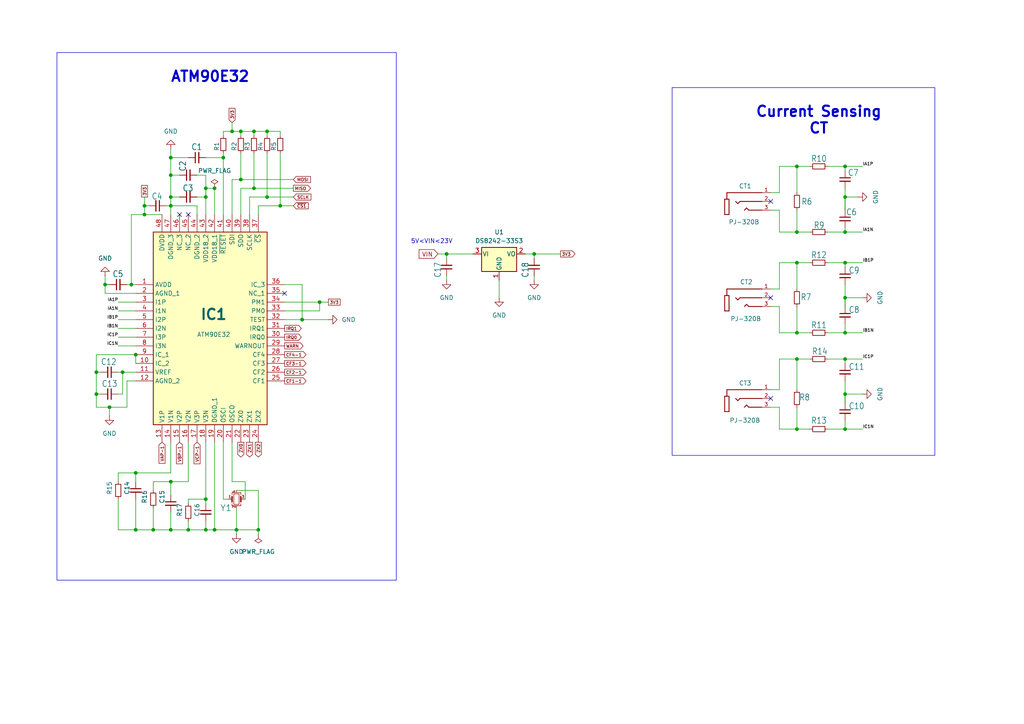
<source format=kicad_sch>
(kicad_sch (version 20231120) (generator "eeschema") (generator_version "8.0")
  (paper "A4")
  (lib_symbols
    (symbol "Device:C_Small" (pin_numbers hide) (pin_names (offset 0.254) hide)
      (property "Reference" "C" (at 0.254 1.778 0))
      (property "Value" "C_Small" (at 0.254 -2.032 0))
      (symbol "C_Small_0_1"
        (polyline (pts (xy -1.524 -0.508) (xy 1.524 -0.508)) (stroke (width 0.3302)))
        (polyline (pts (xy -1.524 0.508) (xy 1.524 0.508)) (stroke (width 0.3048)))
      )
      (symbol "C_Small_1_1"
        (pin passive line (at 0 2.54 270) (length 2.032) (name "~") (number "1"))
        (pin passive line (at 0 -2.54 90) (length 2.032) (name "~") (number "2"))
      )
    )
    (symbol "Device:Crystal_GND24_Small" (pin_names (offset 1.016) hide)
      (property "Reference" "Y" (at 1.27 4.445 0))
      (property "Value" "Crystal_GND24_Small" (at 1.27 2.54 0))
      (symbol "Crystal_GND24_Small_0_1"
        (rectangle (start -0.762 -1.524) (end 0.762 1.524))
        (polyline (pts (xy -1.27 -0.762) (xy -1.27 0.762)) (stroke (width 0.381)))
        (polyline (pts (xy 1.27 -0.762) (xy 1.27 0.762)) (stroke (width 0.381)))
        (polyline (pts (xy -1.27 -1.27) (xy -1.27 -1.905) (xy 1.27 -1.905) (xy 1.27 -1.27)))
        (polyline (pts (xy -1.27 1.27) (xy -1.27 1.905) (xy 1.27 1.905) (xy 1.27 1.27)))
      )
      (symbol "Crystal_GND24_Small_1_1"
        (pin passive line (at -2.54 0 0) (length 1.27) (name "1") (number "1"))
        (pin passive line (at 0 -2.54 90) (length 0.635) (name "2") (number "2"))
        (pin passive line (at 2.54 0 180) (length 1.27) (name "3") (number "3"))
        (pin passive line (at 0 2.54 270) (length 0.635) (name "4") (number "4"))
      )
    )
    (symbol "Device:R_Small" (pin_numbers hide) (pin_names (offset 0.254) hide)
      (property "Reference" "R" (at 0.762 0.508 0))
      (property "Value" "R_Small" (at 0.762 -1.016 0))
      (symbol "R_Small_0_1"
        (rectangle (start -0.762 1.778) (end 0.762 -1.778) (stroke (width 0.2032)))
      )
      (symbol "R_Small_1_1"
        (pin passive line (at 0 2.54 270) (length 0.762) (name "~") (number "1"))
        (pin passive line (at 0 -2.54 90) (length 0.762) (name "~") (number "2"))
      )
    )
    (symbol "Enerwize:ATM90E32AS-AU-R"
      (property "Reference" "IC" (at 39.37 20.32 0))
      (property "Value" "ATM90E32AS-AU-R" (at 39.37 17.78 0))
      (symbol "ATM90E32AS-AU-R_1_1"
        (rectangle (start 5.08 15.24) (end 38.1 -40.64) (stroke (width 0.254)) (fill (type background)))
        (pin passive line (at 0 0 0) (length 5.08) (name "AVDD") (number "1"))
        (pin passive line (at 0 -22.86 0) (length 5.08) (name "IC_2") (number "10"))
        (pin passive line (at 0 -25.4 0) (length 5.08) (name "VREF") (number "11"))
        (pin passive line (at 0 -27.94 0) (length 5.08) (name "AGND_2") (number "12"))
        (pin passive line (at 7.62 -45.72 90) (length 5.08) (name "V1P") (number "13"))
        (pin passive line (at 10.16 -45.72 90) (length 5.08) (name "V1N") (number "14"))
        (pin passive line (at 12.7 -45.72 90) (length 5.08) (name "V2P") (number "15"))
        (pin passive line (at 15.24 -45.72 90) (length 5.08) (name "V2N") (number "16"))
        (pin passive line (at 17.78 -45.72 90) (length 5.08) (name "V3P") (number "17"))
        (pin passive line (at 20.32 -45.72 90) (length 5.08) (name "V3N") (number "18"))
        (pin passive line (at 22.86 -45.72 90) (length 5.08) (name "DGND_1") (number "19"))
        (pin passive line (at 0 -2.54 0) (length 5.08) (name "AGND_1") (number "2"))
        (pin passive line (at 25.4 -45.72 90) (length 5.08) (name "OSCI") (number "20"))
        (pin passive line (at 27.94 -45.72 90) (length 5.08) (name "OSCO") (number "21"))
        (pin passive line (at 30.48 -45.72 90) (length 5.08) (name "ZX0") (number "22"))
        (pin passive line (at 33.02 -45.72 90) (length 5.08) (name "ZX1") (number "23"))
        (pin passive line (at 35.56 -45.72 90) (length 5.08) (name "ZX2") (number "24"))
        (pin passive line (at 43.18 -27.94 180) (length 5.08) (name "CF1") (number "25"))
        (pin passive line (at 43.18 -25.4 180) (length 5.08) (name "CF2") (number "26"))
        (pin passive line (at 43.18 -22.86 180) (length 5.08) (name "CF3") (number "27"))
        (pin passive line (at 43.18 -20.32 180) (length 5.08) (name "CF4") (number "28"))
        (pin passive line (at 43.18 -17.78 180) (length 5.08) (name "WARNOUT") (number "29"))
        (pin passive line (at 0 -5.08 0) (length 5.08) (name "I1P") (number "3"))
        (pin passive line (at 43.18 -15.24 180) (length 5.08) (name "IRQ0") (number "30"))
        (pin passive line (at 43.18 -12.7 180) (length 5.08) (name "IRQ1") (number "31"))
        (pin passive line (at 43.18 -10.16 180) (length 5.08) (name "TEST") (number "32"))
        (pin passive line (at 43.18 -7.62 180) (length 5.08) (name "PM0") (number "33"))
        (pin passive line (at 43.18 -5.08 180) (length 5.08) (name "PM1") (number "34"))
        (pin passive line (at 43.18 -2.54 180) (length 5.08) (name "NC_1") (number "35"))
        (pin passive line (at 43.18 0 180) (length 5.08) (name "IC_3") (number "36"))
        (pin passive line (at 35.56 20.32 270) (length 5.08) (name "~{CS}") (number "37"))
        (pin passive line (at 33.02 20.32 270) (length 5.08) (name "SCLK") (number "38"))
        (pin passive line (at 30.48 20.32 270) (length 5.08) (name "SDO") (number "39"))
        (pin passive line (at 0 -7.62 0) (length 5.08) (name "I1N") (number "4"))
        (pin passive line (at 27.94 20.32 270) (length 5.08) (name "SDI") (number "40"))
        (pin passive line (at 25.4 20.32 270) (length 5.08) (name "~{RESET}") (number "41"))
        (pin passive line (at 22.86 20.32 270) (length 5.08) (name "VDD18_1") (number "42"))
        (pin passive line (at 20.32 20.32 270) (length 5.08) (name "VDD18_2") (number "43"))
        (pin passive line (at 17.78 20.32 270) (length 5.08) (name "DGND_2") (number "44"))
        (pin passive line (at 15.24 20.32 270) (length 5.08) (name "NC_2") (number "45"))
        (pin passive line (at 12.7 20.32 270) (length 5.08) (name "NC_3") (number "46"))
        (pin passive line (at 10.16 20.32 270) (length 5.08) (name "DGND_3") (number "47"))
        (pin passive line (at 7.62 20.32 270) (length 5.08) (name "DVDD") (number "48"))
        (pin passive line (at 0 -10.16 0) (length 5.08) (name "I2P") (number "5"))
        (pin passive line (at 0 -12.7 0) (length 5.08) (name "I2N") (number "6"))
        (pin passive line (at 0 -15.24 0) (length 5.08) (name "I3P") (number "7"))
        (pin passive line (at 0 -17.78 0) (length 5.08) (name "I3N") (number "8"))
        (pin passive line (at 0 -20.32 0) (length 5.08) (name "IC_1") (number "9"))
      )
    )
    (symbol "Enerwize:PJ-320B" (pin_names (offset 1.016))
      (property "Reference" "J" (at -5.08 5.08 0))
      (property "Value" "PJ-320B" (at -5.08 -7.62 0))
      (symbol "PJ-320B_0_0"
        (polyline (pts (xy -5.715 -3.81) (xy -5.715 0.635)) (stroke (width 0.254)))
        (polyline (pts (xy -5.715 0.635) (xy -5.08 0.635)) (stroke (width 0.254)))
        (polyline (pts (xy -5.08 0.635) (xy -4.445 0.635)) (stroke (width 0.254)))
        (polyline (pts (xy -5.08 2.54) (xy -5.08 0.635)) (stroke (width 0.254)))
        (polyline (pts (xy -4.445 -3.81) (xy -5.715 -3.81)) (stroke (width 0.254)))
        (polyline (pts (xy -4.445 0.635) (xy -4.445 -3.81)) (stroke (width 0.254)))
        (polyline (pts (xy -1.905 -0.635) (xy -2.54 0)) (stroke (width 0.254)))
        (polyline (pts (xy -1.27 0) (xy -1.905 -0.635)) (stroke (width 0.254)))
        (polyline (pts (xy 0.635 -1.905) (xy 0 -2.54)) (stroke (width 0.254)))
        (polyline (pts (xy 1.27 -2.54) (xy 0.635 -1.905)) (stroke (width 0.254)))
        (polyline (pts (xy 5.08 -2.54) (xy 1.27 -2.54)) (stroke (width 0.254)))
        (polyline (pts (xy 5.08 0) (xy -1.27 0)) (stroke (width 0.254)))
        (polyline (pts (xy 5.08 2.54) (xy -5.08 2.54)) (stroke (width 0.254)))
        (pin passive line (at 7.62 2.54 180) (length 2.54) (name "~") (number "1"))
        (pin passive line (at 7.62 0 180) (length 2.54) (name "~") (number "2"))
        (pin passive line (at 7.62 -2.54 180) (length 2.54) (name "~") (number "3"))
      )
    )
    (symbol "PWR_FLAG_1" (power) (pin_numbers hide) (pin_names (offset 0) hide)
      (property "Value" "PWR_FLAG" (at 0 3.81 0))
      (symbol "PWR_FLAG_1_0_0"
        (pin power_out line (at 0 0 90) (length 0) (name "~") (number "1"))
      )
      (symbol "PWR_FLAG_1_0_1"
        (polyline (pts (xy 0 0) (xy 0 1.27) (xy -1.016 1.905) (xy 0 2.54) (xy 1.016 1.905) (xy 0 1.27)))
      )
    )
    (symbol "Regulator_Linear:APE8865N-33-HF-3" (pin_names (offset 0.254))
      (property "Reference" "U" (at -3.81 3.175 0))
      (property "Value" "APE8865N-33-HF-3" (at 0 3.175 0))
      (symbol "APE8865N-33-HF-3_0_1"
        (rectangle (start -5.08 1.905) (end 5.08 -5.08) (stroke (width 0.254)) (fill (type background)))
      )
      (symbol "APE8865N-33-HF-3_1_1"
        (pin power_in line (at 0 -7.62 90) (length 2.54) (name "GND") (number "1"))
        (pin power_out line (at 7.62 0 180) (length 2.54) (name "VO") (number "2"))
        (pin power_in line (at -7.62 0 0) (length 2.54) (name "VI") (number "3"))
      )
    )
    (symbol "power:GND" (power) (pin_numbers hide) (pin_names (offset 0) hide)
      (property "Value" "GND" (at 0 -3.81 0))
      (symbol "GND_0_1"
        (polyline (pts (xy 0 0) (xy 0 -1.27) (xy 1.27 -1.27) (xy 0 -2.54) (xy -1.27 -1.27) (xy 0 -1.27)))
      )
      (symbol "GND_1_1"
        (pin power_in line (at 0 0 270) (length 0) (name "~") (number "1"))
      )
    )
    (symbol "power:PWR_FLAG" (power) (pin_numbers hide) (pin_names (offset 0) hide)
      (property "Value" "PWR_FLAG" (at 0 3.81 0))
      (symbol "PWR_FLAG_0_0"
        (pin power_out line (at 0 0 90) (length 0) (name "~") (number "1"))
      )
      (symbol "PWR_FLAG_0_1"
        (polyline (pts (xy 0 0) (xy 0 1.27) (xy -1.016 1.905) (xy 0 2.54) (xy 1.016 1.905) (xy 0 1.27)))
      )
    )
  )
  (junction (at 231.14 76.2))
  (junction (at 49.53 153.67))
  (junction (at 81.28 59.69))
  (junction (at 27.94 114.3))
  (junction (at 41.91 59.69))
  (junction (at 54.61 153.67))
  (junction (at 27.94 107.95))
  (junction (at 30.48 82.55))
  (junction (at 245.11 67.31))
  (junction (at 62.23 153.67))
  (junction (at 39.37 153.67))
  (junction (at 44.45 153.67))
  (junction (at 73.66 38.1))
  (junction (at 245.11 114.3))
  (junction (at 69.85 52.07))
  (junction (at 31.75 118.11))
  (junction (at 245.11 96.52))
  (junction (at 49.53 57.15))
  (junction (at 231.14 48.26))
  (junction (at 59.69 54.61))
  (junction (at 154.94 73.66))
  (junction (at 231.14 67.31))
  (junction (at 74.93 153.67))
  (junction (at 69.85 38.1))
  (junction (at 35.56 107.95))
  (junction (at 87.63 92.71))
  (junction (at 64.77 45.72))
  (junction (at 59.69 153.67))
  (junction (at 245.11 48.26))
  (junction (at 38.1 82.55))
  (junction (at 49.53 45.72))
  (junction (at 92.71 87.63))
  (junction (at 231.14 124.46))
  (junction (at 245.11 76.2))
  (junction (at 245.11 57.15))
  (junction (at 129.54 73.66))
  (junction (at 41.91 62.23))
  (junction (at 39.37 102.87))
  (junction (at 39.37 137.16))
  (junction (at 245.11 86.36))
  (junction (at 245.11 124.46))
  (junction (at 77.47 38.1))
  (junction (at 231.14 104.14))
  (junction (at 231.14 96.52))
  (junction (at 59.69 144.78))
  (junction (at 77.47 57.15))
  (junction (at 68.58 153.67))
  (junction (at 59.69 57.15))
  (junction (at 49.53 59.69))
  (junction (at 49.53 139.7))
  (junction (at 245.11 104.14))
  (junction (at 73.66 54.61))
  (junction (at 49.53 50.8))
  (junction (at 67.31 38.1))
  (junction (at 62.23 54.61))
  (no_connect (at 223.52 58.42))
  (no_connect (at 52.07 62.23))
  (no_connect (at 223.52 115.57))
  (no_connect (at 82.55 85.09))
  (no_connect (at 54.61 62.23))
  (no_connect (at 223.52 86.36))
  (wire (pts (xy 250.19 104.14) (xy 245.11 104.14)) (stroke (width 0.1524)))
  (wire (pts (xy 39.37 153.67) (xy 44.45 153.67)))
  (wire (pts (xy 245.11 114.3) (xy 245.11 116.84)))
  (wire (pts (xy 154.94 73.66) (xy 154.94 74.93)))
  (wire (pts (xy 49.53 148.59) (xy 49.53 153.67)))
  (wire (pts (xy 74.93 154.94) (xy 74.93 153.67)))
  (wire (pts (xy 69.85 52.07) (xy 85.09 52.07)) (stroke (width 0.1524)))
  (wire (pts (xy 39.37 102.87) (xy 39.37 105.41)))
  (wire (pts (xy 64.77 128.27) (xy 64.77 144.78)) (stroke (width 0.1524)))
  (wire (pts (xy 67.31 38.1) (xy 69.85 38.1)) (stroke (width 0.1524)))
  (wire (pts (xy 231.14 113.03) (xy 231.14 104.14)))
  (wire (pts (xy 27.94 107.95) (xy 29.21 107.95)))
  (wire (pts (xy 68.58 147.32) (xy 68.58 153.67)))
  (wire (pts (xy 34.29 144.78) (xy 34.29 153.67)))
  (wire (pts (xy 59.69 146.05) (xy 59.69 144.78)))
  (wire (pts (xy 245.11 96.52) (xy 245.11 93.98)))
  (wire (pts (xy 231.14 67.31) (xy 234.95 67.31)))
  (wire (pts (xy 54.61 144.78) (xy 59.69 144.78)) (stroke (width 0.1524)))
  (wire (pts (xy 250.19 76.2) (xy 245.11 76.2)) (stroke (width 0.1524)))
  (wire (pts (xy 34.29 153.67) (xy 39.37 153.67)))
  (wire (pts (xy 52.07 50.8) (xy 49.53 50.8)) (stroke (width 0.1524)))
  (wire (pts (xy 57.15 50.8) (xy 59.69 50.8)) (stroke (width 0.1524)))
  (wire (pts (xy 223.52 83.82) (xy 226.06 83.82)) (stroke (width 0.1524)))
  (wire (pts (xy 62.23 128.27) (xy 62.23 153.67)) (stroke (width 0.1524)))
  (wire (pts (xy 39.37 95.25) (xy 34.29 95.25)) (stroke (width 0.1524)))
  (wire (pts (xy 27.94 107.95) (xy 27.94 114.3)))
  (wire (pts (xy 59.69 45.72) (xy 64.77 45.72)))
  (wire (pts (xy 41.91 62.23) (xy 46.99 62.23)) (stroke (width 0.1524)))
  (wire (pts (xy 129.54 73.66) (xy 137.16 73.66)))
  (wire (pts (xy 49.53 57.15) (xy 49.53 59.69)) (stroke (width 0.1524)))
  (wire (pts (xy 240.03 96.52) (xy 241.3 96.52)))
  (wire (pts (xy 31.75 118.11) (xy 36.83 118.11)) (stroke (width 0.1524)))
  (wire (pts (xy 44.45 153.67) (xy 49.53 153.67)))
  (wire (pts (xy 250.19 114.3) (xy 245.11 114.3)) (stroke (width 0.1524)))
  (wire (pts (xy 74.93 153.67) (xy 68.58 153.67)))
  (wire (pts (xy 27.94 118.11) (xy 31.75 118.11)) (stroke (width 0.1524)))
  (wire (pts (xy 154.94 73.66) (xy 162.56 73.66)))
  (wire (pts (xy 39.37 144.78) (xy 39.37 153.67)))
  (wire (pts (xy 68.58 142.24) (xy 74.93 142.24)))
  (wire (pts (xy 245.11 96.52) (xy 250.19 96.52)) (stroke (width 0.1524)))
  (wire (pts (xy 144.78 81.28) (xy 144.78 86.36)))
  (wire (pts (xy 62.23 62.23) (xy 62.23 54.61)))
  (wire (pts (xy 77.47 39.37) (xy 77.47 38.1)) (stroke (width 0.1524)))
  (wire (pts (xy 245.11 48.26) (xy 245.11 49.53)))
  (wire (pts (xy 44.45 147.32) (xy 44.45 153.67)))
  (wire (pts (xy 30.48 82.55) (xy 30.48 85.09)) (stroke (width 0.1524)))
  (wire (pts (xy 77.47 38.1) (xy 81.28 38.1)) (stroke (width 0.1524)))
  (wire (pts (xy 69.85 38.1) (xy 73.66 38.1)) (stroke (width 0.1524)))
  (wire (pts (xy 48.26 59.69) (xy 49.53 59.69)))
  (wire (pts (xy 67.31 52.07) (xy 69.85 52.07)) (stroke (width 0.1524)))
  (wire (pts (xy 64.77 38.1) (xy 64.77 39.37)))
  (wire (pts (xy 39.37 137.16) (xy 49.53 137.16)) (stroke (width 0.1524)))
  (wire (pts (xy 231.14 83.82) (xy 231.14 76.2)))
  (wire (pts (xy 245.11 86.36) (xy 245.11 88.9)))
  (wire (pts (xy 231.14 104.14) (xy 234.95 104.14)) (stroke (width 0.1524)))
  (wire (pts (xy 226.06 104.14) (xy 231.14 104.14)) (stroke (width 0.1524)))
  (wire (pts (xy 81.28 44.45) (xy 81.28 59.69)) (stroke (width 0.1524)))
  (wire (pts (xy 64.77 44.45) (xy 64.77 45.72)))
  (wire (pts (xy 74.93 62.23) (xy 74.93 59.69)) (stroke (width 0.1524)))
  (wire (pts (xy 226.06 48.26) (xy 231.14 48.26)) (stroke (width 0.1524)))
  (wire (pts (xy 62.23 153.67) (xy 68.58 153.67)) (stroke (width 0.1524)))
  (wire (pts (xy 231.14 96.52) (xy 234.95 96.52)))
  (wire (pts (xy 92.71 87.63) (xy 95.25 87.63)) (stroke (width 0.1524)))
  (wire (pts (xy 240.03 104.14) (xy 245.11 104.14)) (stroke (width 0.1524)))
  (wire (pts (xy 250.19 48.26) (xy 245.11 48.26)) (stroke (width 0.1524)))
  (wire (pts (xy 82.55 92.71) (xy 87.63 92.71)) (stroke (width 0.1524)))
  (wire (pts (xy 34.29 137.16) (xy 34.29 139.7)) (stroke (width 0.1524)))
  (wire (pts (xy 38.1 82.55) (xy 39.37 82.55)))
  (wire (pts (xy 49.53 50.8) (xy 49.53 57.15)) (stroke (width 0.1524)))
  (wire (pts (xy 77.47 57.15) (xy 85.09 57.15)) (stroke (width 0.1524)))
  (wire (pts (xy 27.94 114.3) (xy 27.94 118.11)))
  (wire (pts (xy 226.06 96.52) (xy 226.06 88.9)))
  (wire (pts (xy 72.39 57.15) (xy 77.47 57.15)) (stroke (width 0.1524)))
  (wire (pts (xy 41.91 57.15) (xy 41.91 59.69)))
  (wire (pts (xy 39.37 92.71) (xy 34.29 92.71)) (stroke (width 0.1524)))
  (wire (pts (xy 245.11 57.15) (xy 245.11 60.96)))
  (wire (pts (xy 82.55 82.55) (xy 87.63 82.55)) (stroke (width 0.1524)))
  (wire (pts (xy 69.85 44.45) (xy 69.85 52.07)) (stroke (width 0.1524)))
  (wire (pts (xy 226.06 76.2) (xy 231.14 76.2)))
  (wire (pts (xy 49.53 59.69) (xy 49.53 62.23)) (stroke (width 0.1524)))
  (wire (pts (xy 49.53 43.18) (xy 49.53 45.72)) (stroke (width 0.1524)))
  (wire (pts (xy 87.63 92.71) (xy 95.25 92.71)) (stroke (width 0.1524)))
  (wire (pts (xy 59.69 57.15) (xy 59.69 62.23)) (stroke (width 0.1524)))
  (wire (pts (xy 129.54 73.66) (xy 129.54 74.93)))
  (wire (pts (xy 38.1 62.23) (xy 38.1 82.55)) (stroke (width 0.1524)))
  (wire (pts (xy 35.56 107.95) (xy 34.29 107.95)))
  (wire (pts (xy 226.06 113.03) (xy 223.52 113.03)) (stroke (width 0.1524)))
  (wire (pts (xy 129.54 80.01) (xy 129.54 81.28)))
  (wire (pts (xy 49.53 139.7) (xy 49.53 143.51)))
  (wire (pts (xy 226.06 113.03) (xy 226.06 104.14)) (stroke (width 0.1524)))
  (wire (pts (xy 240.03 76.2) (xy 245.11 76.2)) (stroke (width 0.1524)))
  (wire (pts (xy 39.37 137.16) (xy 39.37 139.7)))
  (wire (pts (xy 59.69 54.61) (xy 59.69 57.15)))
  (wire (pts (xy 245.11 104.14) (xy 245.11 105.41)))
  (wire (pts (xy 64.77 38.1) (xy 67.31 38.1)))
  (wire (pts (xy 27.94 102.87) (xy 27.94 107.95)))
  (wire (pts (xy 54.61 151.13) (xy 54.61 153.67)))
  (wire (pts (xy 49.53 59.69) (xy 49.53 60.96)))
  (wire (pts (xy 73.66 38.1) (xy 77.47 38.1)) (stroke (width 0.1524)))
  (wire (pts (xy 240.03 67.31) (xy 245.11 67.31)))
  (wire (pts (xy 54.61 128.27) (xy 54.61 139.7)))
  (wire (pts (xy 231.14 60.96) (xy 231.14 67.31)))
  (wire (pts (xy 35.56 114.3) (xy 34.29 114.3)))
  (wire (pts (xy 41.91 60.96) (xy 41.91 62.23)) (stroke (width 0.1524)))
  (wire (pts (xy 245.11 76.2) (xy 245.11 77.47)))
  (wire (pts (xy 67.31 35.56) (xy 67.31 38.1)) (stroke (width 0.1524)))
  (wire (pts (xy 74.93 59.69) (xy 81.28 59.69)) (stroke (width 0.1524)))
  (wire (pts (xy 226.06 55.88) (xy 223.52 55.88)))
  (wire (pts (xy 68.58 154.94) (xy 68.58 153.67)))
  (wire (pts (xy 245.11 114.3) (xy 245.11 110.49)))
  (wire (pts (xy 44.45 139.7) (xy 49.53 139.7)) (stroke (width 0.1524)))
  (wire (pts (xy 241.3 96.52) (xy 245.11 96.52)) (stroke (width 0.1524)))
  (wire (pts (xy 41.91 59.69) (xy 41.91 60.96)))
  (wire (pts (xy 73.66 54.61) (xy 85.09 54.61)) (stroke (width 0.1524)))
  (wire (pts (xy 49.53 153.67) (xy 54.61 153.67)))
  (wire (pts (xy 49.53 139.7) (xy 54.61 139.7)))
  (wire (pts (xy 152.4 73.66) (xy 154.94 73.66)))
  (wire (pts (xy 240.03 124.46) (xy 245.11 124.46)) (stroke (width 0.1524)))
  (wire (pts (xy 226.06 88.9) (xy 223.52 88.9)))
  (wire (pts (xy 245.11 57.15) (xy 245.11 54.61)))
  (wire (pts (xy 39.37 85.09) (xy 30.48 85.09)) (stroke (width 0.1524)))
  (wire (pts (xy 64.77 144.78) (xy 66.04 144.78)) (stroke (width 0.1524)))
  (wire (pts (xy 250.19 86.36) (xy 245.11 86.36)) (stroke (width 0.1524)))
  (wire (pts (xy 35.56 107.95) (xy 39.37 107.95)))
  (wire (pts (xy 49.53 137.16) (xy 49.53 128.27)) (stroke (width 0.1524)))
  (wire (pts (xy 231.14 118.11) (xy 231.14 124.46)))
  (wire (pts (xy 36.83 110.49) (xy 36.83 118.11)) (stroke (width 0.1524)))
  (wire (pts (xy 59.69 54.61) (xy 59.69 57.15)) (stroke (width 0.1524)))
  (wire (pts (xy 35.56 107.95) (xy 35.56 114.3)))
  (wire (pts (xy 30.48 82.55) (xy 31.75 82.55)) (stroke (width 0.1524)))
  (wire (pts (xy 67.31 139.7) (xy 71.12 139.7)) (stroke (width 0.1524)))
  (wire (pts (xy 231.14 124.46) (xy 234.95 124.46)))
  (wire (pts (xy 31.75 118.11) (xy 31.75 120.65)))
  (wire (pts (xy 69.85 54.61) (xy 73.66 54.61)) (stroke (width 0.1524)))
  (wire (pts (xy 245.11 67.31) (xy 245.11 66.04)))
  (wire (pts (xy 49.53 45.72) (xy 49.53 50.8)) (stroke (width 0.1524)))
  (wire (pts (xy 87.63 82.55) (xy 87.63 92.71)) (stroke (width 0.1524)))
  (wire (pts (xy 92.71 90.17) (xy 92.71 87.63)) (stroke (width 0.1524)))
  (wire (pts (xy 77.47 44.45) (xy 77.47 57.15)) (stroke (width 0.1524)))
  (wire (pts (xy 73.66 39.37) (xy 73.66 38.1)) (stroke (width 0.1524)))
  (wire (pts (xy 54.61 45.72) (xy 49.53 45.72)) (stroke (width 0.1524)))
  (wire (pts (xy 67.31 128.27) (xy 67.31 139.7)) (stroke (width 0.1524)))
  (wire (pts (xy 72.39 62.23) (xy 72.39 57.15)) (stroke (width 0.1524)))
  (wire (pts (xy 226.06 67.31) (xy 226.06 60.96)))
  (wire (pts (xy 73.66 44.45) (xy 73.66 54.61)) (stroke (width 0.1524)))
  (wire (pts (xy 240.03 48.26) (xy 245.11 48.26)) (stroke (width 0.1524)))
  (wire (pts (xy 82.55 90.17) (xy 92.71 90.17)) (stroke (width 0.1524)))
  (wire (pts (xy 248.92 57.15) (xy 245.11 57.15)) (stroke (width 0.1524)))
  (wire (pts (xy 57.15 59.69) (xy 57.15 62.23)) (stroke (width 0.1524)))
  (wire (pts (xy 226.06 118.11) (xy 223.52 118.11)))
  (wire (pts (xy 36.83 82.55) (xy 38.1 82.55)))
  (wire (pts (xy 39.37 97.79) (xy 34.29 97.79)) (stroke (width 0.1524)))
  (wire (pts (xy 36.83 110.49) (xy 39.37 110.49)) (stroke (width 0.1524)))
  (wire (pts (xy 39.37 102.87) (xy 27.94 102.87)))
  (wire (pts (xy 49.53 59.69) (xy 57.15 59.69)) (stroke (width 0.1524)))
  (wire (pts (xy 81.28 39.37) (xy 81.28 38.1)) (stroke (width 0.1524)))
  (wire (pts (xy 231.14 48.26) (xy 234.95 48.26)) (stroke (width 0.1524)))
  (wire (pts (xy 226.06 124.46) (xy 231.14 124.46)))
  (wire (pts (xy 69.85 62.23) (xy 69.85 54.61)) (stroke (width 0.1524)))
  (wire (pts (xy 226.06 55.88) (xy 226.06 48.26)))
  (wire (pts (xy 39.37 87.63) (xy 34.29 87.63)) (stroke (width 0.1524)))
  (wire (pts (xy 54.61 144.78) (xy 54.61 146.05)) (stroke (width 0.1524)))
  (wire (pts (xy 49.53 57.15) (xy 52.07 57.15)) (stroke (width 0.1524)))
  (wire (pts (xy 245.11 124.46) (xy 245.11 121.92)))
  (wire (pts (xy 69.85 39.37) (xy 69.85 38.1)) (stroke (width 0.1524)))
  (wire (pts (xy 59.69 54.61) (xy 62.23 54.61)))
  (wire (pts (xy 59.69 153.67) (xy 62.23 153.67)))
  (wire (pts (xy 231.14 76.2) (xy 234.95 76.2)))
  (wire (pts (xy 245.11 86.36) (xy 245.11 82.55)))
  (wire (pts (xy 39.37 90.17) (xy 34.29 90.17)) (stroke (width 0.1524)))
  (wire (pts (xy 245.11 67.31) (xy 250.19 67.31)) (stroke (width 0.1524)))
  (wire (pts (xy 41.91 59.69) (xy 43.18 59.69)))
  (wire (pts (xy 82.55 87.63) (xy 92.71 87.63)) (stroke (width 0.1524)))
  (wire (pts (xy 59.69 151.13) (xy 59.69 153.67)))
  (wire (pts (xy 226.06 96.52) (xy 231.14 96.52)))
  (wire (pts (xy 231.14 55.88) (xy 231.14 48.26)))
  (wire (pts (xy 34.29 137.16) (xy 39.37 137.16)) (stroke (width 0.1524)))
  (wire (pts (xy 71.12 139.7) (xy 71.12 144.78)) (stroke (width 0.1524)))
  (wire (pts (xy 49.53 58.42) (xy 49.53 59.69)))
  (wire (pts (xy 127 73.66) (xy 129.54 73.66)))
  (wire (pts (xy 245.11 114.3) (xy 245.11 116.84)) (stroke (width 0.1524)))
  (wire (pts (xy 245.11 124.46) (xy 250.19 124.46)) (stroke (width 0.1524)))
  (wire (pts (xy 245.11 86.36) (xy 245.11 88.9)) (stroke (width 0.1524)))
  (wire (pts (xy 44.45 139.7) (xy 44.45 142.24)))
  (wire (pts (xy 30.48 82.55) (xy 31.75 82.55)))
  (wire (pts (xy 154.94 80.01) (xy 154.94 81.28)))
  (wire (pts (xy 39.37 100.33) (xy 34.29 100.33)) (stroke (width 0.1524)))
  (wire (pts (xy 74.93 142.24) (xy 74.93 153.67)))
  (wire (pts (xy 226.06 83.82) (xy 226.06 76.2)) (stroke (width 0.1524)))
  (wire (pts (xy 30.48 80.01) (xy 30.48 82.55)))
  (wire (pts (xy 67.31 62.23) (xy 67.31 52.07)) (stroke (width 0.1524)))
  (wire (pts (xy 81.28 59.69) (xy 85.09 59.69)) (stroke (width 0.1524)))
  (wire (pts (xy 27.94 114.3) (xy 29.21 114.3)))
  (wire (pts (xy 57.15 57.15) (xy 59.69 57.15)))
  (wire (pts (xy 226.06 124.46) (xy 226.06 118.11)))
  (wire (pts (xy 226.06 67.31) (xy 231.14 67.31)))
  (wire (pts (xy 59.69 144.78) (xy 59.69 128.27)) (stroke (width 0.1524)))
  (wire (pts (xy 231.14 88.9) (xy 231.14 96.52)))
  (wire (pts (xy 64.77 45.72) (xy 64.77 62.23)))
  (wire (pts (xy 59.69 50.8) (xy 59.69 54.61)) (stroke (width 0.1524)))
  (wire (pts (xy 54.61 153.67) (xy 59.69 153.67)))
  (wire (pts (xy 226.06 60.96) (xy 223.52 60.96)))
  (wire (pts (xy 38.1 62.23) (xy 41.91 62.23)) (stroke (width 0.1524)))
  (wire (pts (xy 245.11 57.15) (xy 245.11 60.96)) (stroke (width 0.1524)))
  (rectangle (start 16.51 15.24) (end 114.935 168.275))
  (rectangle (start 194.945 25.4) (end 271.145 132.08))
  (text "5V<VIN<23V" (at 125.222 70.104 0) (effects (font (size 1.27 1.27))))
  (text "Current Sensing\nCT" (at 237.49 39.116 0) (effects (font (size 3 3) (thickness 0.6) (bold yes)) (justify bottom)))
  (text "ATM90E32" (at 60.96 24.13 0) (effects (font (size 3 3) (thickness 0.6) (bold yes)) (justify bottom)))
  (label "IA1P" (at 34.29 87.63 180) (effects (font (size 0.889 0.889))))
  (label "IA1N" (at 250.19 67.31 0) (effects (font (size 0.889 0.889))))
  (label "IC1N" (at 34.29 100.33 180) (effects (font (size 0.889 0.889))))
  (label "IA1N" (at 34.29 90.17 180) (effects (font (size 0.889 0.889))))
  (label "IB1P" (at 250.19 76.2 0) (effects (font (size 0.889 0.889))))
  (label "IB1N" (at 34.29 95.25 180) (effects (font (size 0.889 0.889))))
  (label "IC1N" (at 250.19 124.46 0) (effects (font (size 0.889 0.889))))
  (label "IB1P" (at 34.29 92.71 180) (effects (font (size 0.889 0.889))))
  (label "IB1N" (at 250.19 96.52 0) (effects (font (size 0.889 0.889))))
  (label "IC1P" (at 250.19 104.14 0) (effects (font (size 0.889 0.889))))
  (label "IA1P" (at 250.19 48.26 0) (effects (font (size 0.889 0.889))))
  (label "IC1P" (at 34.29 97.79 180) (effects (font (size 0.889 0.889))))
  (global_label "~{CS1}" (shape input) (at 85.09 59.69 0) (effects (font (size 0.9 0.9))) (property "Intersheetrefs" "${INTERSHEET_REFS}" (effects (hide yes))))
  (global_label "3V3" (shape input) (at 67.31 35.56 90) (effects (font (size 0.889 0.889))) (property "Intersheetrefs" "${INTERSHEET_REFS}" (effects (hide yes))))
  (global_label "ZX2" (shape output) (at 74.93 128.27 270) (effects (font (size 0.9 0.9))) (property "Intersheetrefs" "${INTERSHEET_REFS}" (effects (hide yes))))
  (global_label "CF4-1" (shape output) (at 82.55 102.87 0) (effects (font (size 0.9 0.9))) (property "Intersheetrefs" "${INTERSHEET_REFS}" (effects (hide yes))))
  (global_label "ZX0" (shape output) (at 69.85 128.27 270) (effects (font (size 0.9 0.9))) (property "Intersheetrefs" "${INTERSHEET_REFS}" (effects (hide yes))))
  (global_label "MOSI" (shape input) (at 85.09 52.07 0) (effects (font (size 0.9 0.9))) (property "Intersheetrefs" "${INTERSHEET_REFS}" (effects (hide yes))))
  (global_label "IRQ0" (shape output) (at 82.55 97.79 0) (effects (font (size 0.9 0.9))) (property "Intersheetrefs" "${INTERSHEET_REFS}" (effects (hide yes))))
  (global_label "IRQ1" (shape output) (at 82.55 95.25 0) (effects (font (size 0.9 0.9))) (property "Intersheetrefs" "${INTERSHEET_REFS}" (effects (hide yes))))
  (global_label "MISO" (shape output) (at 85.09 54.61 0) (effects (font (size 0.9 0.9))) (property "Intersheetrefs" "${INTERSHEET_REFS}" (effects (hide yes))))
  (global_label "3V3" (shape output) (at 162.56 73.66 0) (effects (font (size 0.9 0.9))) (property "Intersheetrefs" "${INTERSHEET_REFS}" (effects (hide yes))))
  (global_label "WARN" (shape output) (at 82.55 100.33 0) (effects (font (size 0.9 0.9))) (property "Intersheetrefs" "${INTERSHEET_REFS}" (effects (hide yes))))
  (global_label "ZX1" (shape output) (at 72.39 128.27 270) (effects (font (size 0.9 0.9))) (property "Intersheetrefs" "${INTERSHEET_REFS}" (effects (hide yes))))
  (global_label "CF3-1" (shape output) (at 82.55 105.41 0) (effects (font (size 0.9 0.9))) (property "Intersheetrefs" "${INTERSHEET_REFS}" (effects (hide yes))))
  (global_label "CF1-1" (shape output) (at 82.55 110.49 0) (effects (font (size 0.9 0.9))) (property "Intersheetrefs" "${INTERSHEET_REFS}" (effects (hide yes))))
  (global_label "3V3" (shape passive) (at 41.91 57.15 90) (effects (font (size 0.889 0.889))) (property "Intersheetrefs" "${INTERSHEET_REFS}" (effects (hide yes))))
  (global_label "VBP-1" (shape input) (at 52.07 128.27 270) (effects (font (size 0.9 0.9))) (property "Intersheetrefs" "${INTERSHEET_REFS}" (effects (hide yes))))
  (global_label "VCP-1" (shape input) (at 57.15 128.27 270) (effects (font (size 0.9 0.9))) (property "Intersheetrefs" "${INTERSHEET_REFS}" (effects (hide yes))))
  (global_label "SCLK" (shape input) (at 85.09 57.15 0) (effects (font (size 0.9 0.9))) (property "Intersheetrefs" "${INTERSHEET_REFS}" (effects (hide yes))))
  (global_label "CF2-1" (shape output) (at 82.55 107.95 0) (effects (font (size 0.9 0.9))) (property "Intersheetrefs" "${INTERSHEET_REFS}" (effects (hide yes))))
  (global_label "3V3" (shape passive) (at 95.25 87.63 0) (effects (font (size 0.9 0.9))) (property "Intersheetrefs" "${INTERSHEET_REFS}" (effects (hide yes))))
  (global_label "VIN" (shape input) (at 127 73.66 180) (property "Intersheetrefs" "${INTERSHEET_REFS}" (effects (hide yes))))
  (global_label "VAP-1" (shape input) (at 46.99 128.27 270) (effects (font (size 0.9 0.9))) (property "Intersheetrefs" "${INTERSHEET_REFS}" (effects (hide yes))))
  (symbol (lib_id "Enerwize:PJ-320B") (at 215.9 58.42 0) (unit 1)
    (property "Reference" "CT1" (at 214.3125 53.975 0) (effects (justify left)))
    (property "Value" "PJ-320B" (at 211.328 64.389 0) (effects (justify left)))
    (property "Footprint" "Enerwize:BOOMELE_PJ-320B" (effects (hide yes)))
    (property "Description" "3.5mm headphone jack 30V 200mA SMD Audio Connector" (effects (hide yes)))
    (property "MF" "Luoyang Dishang electronics" (effects (hide yes)))
    (property "MAXIMUM_PACKAGE_HEIGHT" "5mm" (effects (hide yes)))
    (property "Package" "Package" (effects (hide yes)))
    (property "Price" "None" (effects (hide yes)))
    (property "Check_prices" "https://www.snapeda.com/parts/PJ-320B/Luoyang+Dishang+electronics/view-part/?ref=eda" (effects (hide yes)))
    (property "STANDARD" "Manufacturer Recommendation" (effects (hide yes)))
    (property "SnapEDA_Link" "https://www.snapeda.com/parts/PJ-320B/Luoyang+Dishang+electronics/view-part/?ref=snap" (effects (hide yes)))
    (property "MP" "PJ-320B" (effects (hide yes)))
    (property "Availability" "Not in stock" (effects (hide yes)))
    (property "MANUFACTURER" "Luoyang Dishang electronics" (effects (hide yes)))
    (property "LCSC#" "C18594" (effects (hide yes)))
    (property "LCSC Part#" "C18594" (effects (hide yes)))
  )
  (symbol (lib_id "Device:C_Small") (at 34.29 82.55 90) (unit 1)
    (property "Reference" "C5" (at 35.814 78.486 90) (effects (font (size 1.778 1.5113)) (justify left bottom)))
    (property "Value" "100nF X7R ±5%" (effects (hide yes)))
    (property "Footprint" "Capacitor_SMD:C_0603_1608Metric_Pad1.08x0.95mm_HandSolder" (effects (hide yes)))
    (property "Manufacturer_Part_Number" "06036C104JAT2A" (effects (hide yes)))
    (property "LCSC#" "C88136" (effects (hide yes)))
  )
  (symbol (lib_id "Device:C_Small") (at 57.15 45.72 90) (unit 1)
    (property "Reference" "C1" (at 58.674 41.656 90) (effects (font (size 1.778 1.5113)) (justify left bottom)))
    (property "Value" "100nF X7R ±5%" (effects (hide yes)))
    (property "Footprint" "Capacitor_SMD:C_0603_1608Metric_Pad1.08x0.95mm_HandSolder" (effects (hide yes)))
    (property "Manufacturer_Part_Number" "06036C104JAT2A" (effects (hide yes)))
    (property "LCSC#" "C88136" (effects (hide yes)))
  )
  (symbol (lib_id "Device:R_Small") (at 54.61 148.59 0) (unit 1)
    (property "Reference" "R17" (at 52.07 149.86 90) (effects (justify left)))
    (property "Value" "±0.1% ±25ppm/℃ 1kΩ" (effects (hide yes)))
    (property "Footprint" "Resistor_SMD:R_0603_1608Metric_Pad0.98x0.95mm_HandSolder" (effects (hide yes)))
    (property "LCSC#" "C2989112" (effects (hide yes)))
  )
  (symbol (lib_id "Device:R_Small") (at 64.77 41.91 0) (unit 1)
    (property "Reference" "R1" (at 62.865 43.815 90) (effects (justify left)))
    (property "Value" "±25ppm/℃ ±0.1% 10kΩ" (effects (hide yes)))
    (property "Footprint" "Resistor_SMD:R_0603_1608Metric_Pad0.98x0.95mm_HandSolder" (effects (hide yes)))
    (property "LCSC#" "C95204" (effects (hide yes)))
  )
  (symbol (lib_id "Regulator_Linear:APE8865N-33-HF-3") (at 144.78 73.66 0) (unit 1)
    (property "Reference" "U1" (at 144.78 67.31 0))
    (property "Value" "DS8242-33S3" (at 144.78 69.85 0))
    (property "Footprint" "Package_TO_SOT_SMD:SOT-23" (effects (hide yes)))
    (property "Datasheet" "https://datasheet.lcsc.com/lcsc/2304140030_MICRONE-Nanjing-Micro-One-Elec-ME6210A33M3G_C236680.pdf" (effects (hide yes)))
    (property "Description" "500mA Fixed 3.3V Positive electrode 18V SOT-23 Linear Voltage Regulators" (effects (hide yes)))
    (property "LCSC Part #" "C5884132" (effects (hide yes)))
  )
  (symbol (lib_id "power:GND") (at 30.48 80.01 180) (unit 1)
    (property "Reference" "#PWR02" (effects (hide yes)))
    (property "Value" "GND" (at 30.48 74.93 0))
    (property "Description" "Power symbol creates a global label with name \"GND\" , ground" (effects (hide yes)))
  )
  (symbol (lib_id "Enerwize:PJ-320B") (at 215.9 115.57 0) (unit 1)
    (property "Reference" "CT3" (at 214.3125 111.125 0) (effects (justify left)))
    (property "Value" "PJ-320B" (at 211.582 121.92 0) (effects (justify left)))
    (property "Footprint" "Enerwize:BOOMELE_PJ-320B" (effects (hide yes)))
    (property "Description" "3.5mm headphone jack 30V 200mA SMD Audio Connector" (effects (hide yes)))
    (property "MF" "Luoyang Dishang electronics" (effects (hide yes)))
    (property "MAXIMUM_PACKAGE_HEIGHT" "5mm" (effects (hide yes)))
    (property "Package" "Package" (effects (hide yes)))
    (property "Price" "None" (effects (hide yes)))
    (property "Check_prices" "https://www.snapeda.com/parts/PJ-320B/Luoyang+Dishang+electronics/view-part/?ref=eda" (effects (hide yes)))
    (property "STANDARD" "Manufacturer Recommendation" (effects (hide yes)))
    (property "SnapEDA_Link" "https://www.snapeda.com/parts/PJ-320B/Luoyang+Dishang+electronics/view-part/?ref=snap" (effects (hide yes)))
    (property "MP" "PJ-320B" (effects (hide yes)))
    (property "Availability" "Not in stock" (effects (hide yes)))
    (property "MANUFACTURER" "Luoyang Dishang electronics" (effects (hide yes)))
    (property "LCSC#" "C18594" (effects (hide yes)))
    (property "LCSC Part#" "C18594" (effects (hide yes)))
  )
  (symbol (lib_id "Device:R_Small") (at 44.45 144.78 0) (unit 1)
    (property "Reference" "R16" (at 41.91 146.05 90) (effects (justify left)))
    (property "Value" "±0.1% ±25ppm/℃ 1kΩ" (effects (hide yes)))
    (property "Footprint" "Resistor_SMD:R_0603_1608Metric_Pad0.98x0.95mm_HandSolder" (effects (hide yes)))
    (property "LCSC#" "C2989112" (effects (hide yes)))
  )
  (symbol (lib_id "power:GND") (at 250.19 86.36 90) (unit 1)
    (property "Reference" "#PWR04" (effects (hide yes)))
    (property "Value" "GND" (at 255.27 86.36 0))
    (property "Description" "Power symbol creates a global label with name \"GND\" , ground" (effects (hide yes)))
  )
  (symbol (lib_id "Device:R_Small") (at 237.49 104.14 270) (unit 1)
    (property "Reference" "R14" (at 235.458 102.87 90) (effects (font (size 1.778 1.5113)) (justify left bottom)))
    (property "Value" "±0.1% ±25ppm/℃ 100Ω" (effects (hide yes)))
    (property "Footprint" "Resistor_SMD:R_0603_1608Metric_Pad0.98x0.95mm_HandSolder" (effects (hide yes)))
    (property "LCSC#" "C2989113" (effects (hide yes)))
  )
  (symbol (lib_id "power:GND") (at 250.19 114.3 90) (unit 1)
    (property "Reference" "#PWR05" (effects (hide yes)))
    (property "Value" "GND" (at 255.27 114.3 0))
    (property "Description" "Power symbol creates a global label with name \"GND\" , ground" (effects (hide yes)))
  )
  (symbol (lib_id "Device:C_Small") (at 245.11 80.01 0) (unit 1)
    (property "Reference" "C9" (at 246.126 79.375 0) (effects (font (size 1.778 1.5113)) (justify left bottom)))
    (property "Value" "330nF X7R ±10%" (effects (hide yes)))
    (property "Footprint" "Capacitor_SMD:C_0603_1608Metric_Pad1.08x0.95mm_HandSolder" (effects (hide yes)))
    (property "Manufacturer_Part_Number" "GCM033R71E331KA03J" (effects (hide yes)))
    (property "LCSC#" "C282682" (effects (hide yes)))
  )
  (symbol (lib_id "Device:C_Small") (at 245.11 52.07 0) (unit 1)
    (property "Reference" "C7" (at 245.872 51.054 0) (effects (font (size 1.778 1.5113)) (justify left bottom)))
    (property "Value" "330nF X7R ±10%" (effects (hide yes)))
    (property "Footprint" "Capacitor_SMD:C_0603_1608Metric_Pad1.08x0.95mm_HandSolder" (effects (hide yes)))
    (property "Manufacturer_Part_Number" "GCM033R71E331KA03J" (effects (hide yes)))
    (property "LCSC#" "C282682" (effects (hide yes)))
  )
  (symbol (lib_id "Device:R_Small") (at 81.28 41.91 0) (unit 1)
    (property "Reference" "R5" (at 79.375 43.815 90) (effects (justify left)))
    (property "Value" "±25ppm/℃ ±0.1% 10kΩ" (effects (hide yes)))
    (property "Footprint" "Resistor_SMD:R_0603_1608Metric_Pad0.98x0.95mm_HandSolder" (effects (hide yes)))
    (property "LCSC#" "C95204" (effects (hide yes)))
  )
  (symbol (lib_id "Device:C_Small") (at 59.69 148.59 0) (unit 1)
    (property "Reference" "C16" (at 57.15 149.86 90) (effects (justify left)))
    (property "Value" "18nF C0G ±5%" (effects (hide yes)))
    (property "Footprint" "Capacitor_SMD:C_0805_2012Metric_Pad1.18x1.45mm_HandSolder" (effects (hide yes)))
    (property "Manufacturer_Part_Number" "GRM21B5C1H183JA01L" (effects (hide yes)))
    (property "LCSC#" "C162313" (effects (hide yes)))
  )
  (symbol (lib_id "power:GND") (at 49.53 43.18 180) (unit 1)
    (property "Reference" "#PWR01" (effects (hide yes)))
    (property "Value" "GND" (at 49.53 38.1 0))
    (property "Description" "Power symbol creates a global label with name \"GND\" , ground" (effects (hide yes)))
  )
  (symbol (lib_id "power:GND") (at 31.75 120.65 0) (unit 1)
    (property "Reference" "#PWR08" (effects (hide yes)))
    (property "Value" "GND" (at 31.75 125.73 0))
    (property "Description" "Power symbol creates a global label with name \"GND\" , ground" (effects (hide yes)))
  )
  (symbol (lib_id "Device:R_Small") (at 34.29 142.24 0) (unit 1)
    (property "Reference" "R15" (at 31.75 143.51 90) (effects (justify left)))
    (property "Value" "±0.1% ±25ppm/℃ 1kΩ" (effects (hide yes)))
    (property "Footprint" "Resistor_SMD:R_0603_1608Metric_Pad0.98x0.95mm_HandSolder" (effects (hide yes)))
    (property "LCSC#" "C2989112" (effects (hide yes)))
  )
  (symbol (lib_id "Device:C_Small") (at 45.72 59.69 270) (unit 1)
    (property "Reference" "C4" (at 43.942 57.912 90) (effects (font (size 1.778 1.5113)) (justify left bottom)))
    (property "Value" "100nF X7R ±5%" (effects (hide yes)))
    (property "Footprint" "Capacitor_SMD:C_0603_1608Metric_Pad1.08x0.95mm_HandSolder" (effects (hide yes)))
    (property "Manufacturer_Part_Number" "06036C104JAT2A" (effects (hide yes)))
    (property "LCSC#" "C88136" (effects (hide yes)))
  )
  (symbol (lib_id "power:GND") (at 68.58 154.94 0) (unit 1)
    (property "Reference" "#PWR09" (effects (hide yes)))
    (property "Value" "GND" (at 68.58 160.02 0))
    (property "Description" "Power symbol creates a global label with name \"GND\" , ground" (effects (hide yes)))
  )
  (symbol (lib_id "Enerwize:PJ-320B") (at 215.9 86.36 0) (unit 1)
    (property "Reference" "CT2" (at 214.63 81.788 0) (effects (justify left)))
    (property "Value" "PJ-320B" (at 211.836 92.456 0) (effects (justify left)))
    (property "Footprint" "Enerwize:BOOMELE_PJ-320B" (effects (hide yes)))
    (property "Description" "3.5mm headphone jack 30V 200mA SMD Audio Connector" (effects (hide yes)))
    (property "MF" "Luoyang Dishang electronics" (effects (hide yes)))
    (property "MAXIMUM_PACKAGE_HEIGHT" "5mm" (effects (hide yes)))
    (property "Package" "Package" (effects (hide yes)))
    (property "Price" "None" (effects (hide yes)))
    (property "Check_prices" "https://www.snapeda.com/parts/PJ-320B/Luoyang+Dishang+electronics/view-part/?ref=eda" (effects (hide yes)))
    (property "STANDARD" "Manufacturer Recommendation" (effects (hide yes)))
    (property "SnapEDA_Link" "https://www.snapeda.com/parts/PJ-320B/Luoyang+Dishang+electronics/view-part/?ref=snap" (effects (hide yes)))
    (property "MP" "PJ-320B" (effects (hide yes)))
    (property "Availability" "Not in stock" (effects (hide yes)))
    (property "MANUFACTURER" "Luoyang Dishang electronics" (effects (hide yes)))
    (property "LCSC#" "C18594" (effects (hide yes)))
    (property "LCSC Part#" "C18594" (effects (hide yes)))
  )
  (symbol (lib_id "Device:C_Small") (at 54.61 57.15 90) (unit 1)
    (property "Reference" "C3" (at 56.134 53.594 90) (effects (font (size 1.778 1.5113)) (justify left bottom)))
    (property "Value" "100nF X7R ±5%" (effects (hide yes)))
    (property "Footprint" "Capacitor_SMD:C_0603_1608Metric_Pad1.08x0.95mm_HandSolder" (effects (hide yes)))
    (property "Manufacturer_Part_Number" "06036C104JAT2A" (effects (hide yes)))
    (property "LCSC#" "C88136" (effects (hide yes)))
  )
  (symbol (lib_id "Device:R_Small") (at 237.49 48.26 270) (unit 1)
    (property "Reference" "R10" (at 235.204 46.99 90) (effects (font (size 1.778 1.5113)) (justify left bottom)))
    (property "Value" "±0.1% ±25ppm/℃ 100Ω" (effects (hide yes)))
    (property "Footprint" "Resistor_SMD:R_0603_1608Metric_Pad0.98x0.95mm_HandSolder" (effects (hide yes)))
    (property "LCSC#" "C2989113" (effects (hide yes)))
  )
  (symbol (lib_id "power:GND") (at 144.78 86.36 0) (unit 1)
    (property "Reference" "#PWR07" (effects (hide yes)))
    (property "Value" "GND" (at 144.78 91.44 0))
    (property "Description" "Power symbol creates a global label with name \"GND\" , ground" (effects (hide yes)))
  )
  (symbol (lib_id "Device:R_Small") (at 231.14 86.36 0) (unit 1)
    (property "Reference" "R7" (at 232.156 87.122 0) (effects (font (size 1.778 1.5113)) (justify left bottom)))
    (property "Value" "±0.5% ±25ppm/℃ 22Ω" (effects (hide yes)))
    (property "Footprint" "Resistor_SMD:R_0603_1608Metric_Pad0.98x0.95mm_HandSolder" (effects (hide yes)))
    (property "LCSC#" "C862626" (effects (hide yes)))
  )
  (symbol (lib_id "Enerwize:ATM90E32AS-AU-R") (at 39.37 82.55 0) (unit 1)
    (property "Reference" "IC1" (at 61.976 91.186 0) (effects (font (size 3 3) (bold yes))))
    (property "Value" "ATM90E32" (at 61.976 97.028 0))
    (property "Footprint" "Enerwize:ATM90E32AS-AU-R" (effects (hide yes)))
    (property "Datasheet" "http://ww1.microchip.com/downloads/en/DeviceDoc/Atmel-46003-SE-M90E32AS-Datasheet.pdf" (effects (hide yes)))
    (property "Height" "1.2" (effects (hide yes)))
    (property "Mouser Part Number" "556-ATM90E32AS-AU-R" (effects (hide yes)))
    (property "Mouser Price/Stock" "https://www.mouser.co.uk/ProductDetail/Microchip-Technology/ATM90E32AS-AU-R?qs=Vn0kGJULWwZ23KwdJg959A%3D%3D" (effects (hide yes)))
    (property "Manufacturer_Name" "Microchip" (effects (hide yes)))
    (property "Manufacturer_Part_Number" "ATM90E32AS-AU-R" (effects (hide yes)))
    (property "Arrow Part Number" "ATM90E32AS-AU-R" (effects (hide yes)))
    (property "Arrow Price/Stock" "https://www.arrow.com/en/products/atm90e32as-au-r/microchip-technology?region=nac" (effects (hide yes)))
    (property "LCSC#" "C177153" (effects (hide yes)))
  )
  (symbol (lib_id "Device:C_Small") (at 31.75 107.95 270) (unit 1)
    (property "Reference" "C12" (at 29.21 105.918 90) (effects (font (size 1.778 1.5113)) (justify left bottom)))
    (property "Value" "10uF X7R ±10%" (effects (hide yes)))
    (property "Footprint" "Capacitor_SMD:C_0603_1608Metric_Pad1.08x0.95mm_HandSolder" (effects (hide yes)))
    (property "Manufacturer_Part_Number" "GRM188Z71A106KA73D" (effects (hide yes)))
    (property "LCSC#" "C2959727" (effects (hide yes)))
  )
  (symbol (lib_id "power:GND") (at 95.25 92.71 90) (unit 1)
    (property "Reference" "#PWR06" (effects (hide yes)))
    (property "Value" "GND" (at 99.06 92.71 90) (effects (justify right)))
    (property "Description" "Power symbol creates a global label with name \"GND\" , ground" (effects (hide yes)))
  )
  (symbol (lib_id "Device:C_Small") (at 31.75 114.3 270) (unit 1)
    (property "Reference" "C13" (at 29.464 112.268 90) (effects (font (size 1.778 1.5113)) (justify left bottom)))
    (property "Value" "100nF X7R ±5%" (effects (hide yes)))
    (property "Footprint" "Capacitor_SMD:C_0603_1608Metric_Pad1.08x0.95mm_HandSolder" (effects (hide yes)))
    (property "Manufacturer_Part_Number" "06036C104JAT2A" (effects (hide yes)))
    (property "LCSC#" "C88136" (effects (hide yes)))
  )
  (symbol (lib_id "Device:C_Small") (at 245.11 63.5 0) (unit 1)
    (property "Reference" "C6" (at 245.364 62.484 0) (effects (font (size 1.778 1.5113)) (justify left bottom)))
    (property "Value" "330nF X7R ±10%" (effects (hide yes)))
    (property "Footprint" "Capacitor_SMD:C_0603_1608Metric_Pad1.08x0.95mm_HandSolder" (effects (hide yes)))
    (property "Manufacturer_Part_Number" "GCM033R71E331KA03J" (effects (hide yes)))
    (property "LCSC#" "C282682" (effects (hide yes)))
  )
  (symbol (lib_id "Device:R_Small") (at 73.66 41.91 0) (unit 1)
    (property "Reference" "R3" (at 71.755 43.815 90) (effects (justify left)))
    (property "Value" "±25ppm/℃ ±0.1% 10kΩ" (effects (hide yes)))
    (property "Footprint" "Resistor_SMD:R_0603_1608Metric_Pad0.98x0.95mm_HandSolder" (effects (hide yes)))
    (property "LCSC#" "C95204" (effects (hide yes)))
  )
  (symbol (lib_id "Device:R_Small") (at 237.49 76.2 270) (unit 1)
    (property "Reference" "R12" (at 235.204 74.93 90) (effects (font (size 1.778 1.5113)) (justify left bottom)))
    (property "Value" "±0.1% ±25ppm/℃ 100Ω" (effects (hide yes)))
    (property "Footprint" "Resistor_SMD:R_0603_1608Metric_Pad0.98x0.95mm_HandSolder" (effects (hide yes)))
    (property "LCSC#" "C2989113" (effects (hide yes)))
  )
  (symbol (lib_id "Device:Crystal_GND24_Small") (at 68.58 144.78 0) (unit 1)
    (property "Reference" "Y1" (at 67.31 146.304 0) (effects (font (size 1.778 1.778)) (justify right top)))
    (property "Value" "16.384 Mhz Crystal" (effects (hide yes)))
    (property "Footprint" "Enerwize:Crystal_SMD_2016-4Pin_2.0x1.6mm" (effects (hide yes)))
    (property "LCSC#" "C781758" (effects (hide yes)))
  )
  (symbol (lib_id "Device:R_Small") (at 69.85 41.91 0) (unit 1)
    (property "Reference" "R2" (at 67.945 43.815 90) (effects (justify left)))
    (property "Value" "±25ppm/℃ ±0.1% 10kΩ" (effects (hide yes)))
    (property "Footprint" "Resistor_SMD:R_0603_1608Metric_Pad0.98x0.95mm_HandSolder" (effects (hide yes)))
    (property "LCSC#" "C95204" (effects (hide yes)))
  )
  (symbol (lib_id "Device:C_Small") (at 245.11 119.38 0) (unit 1)
    (property "Reference" "C10" (at 246.126 118.745 0) (effects (font (size 1.778 1.5113)) (justify left bottom)))
    (property "Value" "330nF X7R ±10%" (effects (hide yes)))
    (property "Footprint" "Capacitor_SMD:C_0603_1608Metric_Pad1.08x0.95mm_HandSolder" (effects (hide yes)))
    (property "Manufacturer_Part_Number" "GCM033R71E331KA03J" (effects (hide yes)))
    (property "LCSC#" "C282682" (effects (hide yes)))
  )
  (symbol (lib_id "Device:R_Small") (at 77.47 41.91 0) (unit 1)
    (property "Reference" "R4" (at 75.565 43.815 90) (effects (justify left)))
    (property "Value" "±25ppm/℃ ±0.1% 10kΩ" (effects (hide yes)))
    (property "Footprint" "Resistor_SMD:R_0603_1608Metric_Pad0.98x0.95mm_HandSolder" (effects (hide yes)))
    (property "LCSC#" "C95204" (effects (hide yes)))
  )
  (symbol (lib_id "Device:C_Small") (at 54.61 50.8 90) (unit 1)
    (property "Reference" "C2" (at 53.975 49.784 0) (effects (font (size 1.778 1.5113)) (justify left bottom)))
    (property "Value" "10uF X7R ±10%" (effects (hide yes)))
    (property "Footprint" "Capacitor_SMD:C_0603_1608Metric_Pad1.08x0.95mm_HandSolder" (effects (hide yes)))
    (property "Manufacturer_Part_Number" "GRM188Z71A106KA73D" (effects (hide yes)))
    (property "LCSC#" "C2959727" (effects (hide yes)))
  )
  (symbol (lib_id "Device:R_Small") (at 231.14 115.57 0) (unit 1)
    (property "Reference" "R8" (at 231.775 116.205 0) (effects (font (size 1.778 1.5113)) (justify left bottom)))
    (property "Value" "±0.5% ±25ppm/℃ 22Ω" (effects (hide yes)))
    (property "Footprint" "Resistor_SMD:R_0603_1608Metric_Pad0.98x0.95mm_HandSolder" (effects (hide yes)))
    (property "LCSC#" "C862626" (effects (hide yes)))
  )
  (symbol (lib_name "PWR_FLAG_1") (lib_id "power:PWR_FLAG") (at 62.23 54.61 0) (unit 1)
    (property "Reference" "#FLG01" (effects (hide yes)))
    (property "Value" "PWR_FLAG" (at 62.23 49.53 0))
    (property "Description" "Special symbol for telling ERC where power comes from" (effects (hide yes)))
  )
  (symbol (lib_id "Device:C_Small") (at 245.11 107.95 0) (unit 1)
    (property "Reference" "C11" (at 246.126 107.315 0) (effects (font (size 1.778 1.5113)) (justify left bottom)))
    (property "Value" "330nF X7R ±10%" (effects (hide yes)))
    (property "Footprint" "Capacitor_SMD:C_0603_1608Metric_Pad1.08x0.95mm_HandSolder" (effects (hide yes)))
    (property "Manufacturer_Part_Number" "GCM033R71E331KA03J" (effects (hide yes)))
    (property "LCSC#" "C282682" (effects (hide yes)))
  )
  (symbol (lib_id "Device:R_Small") (at 237.49 67.31 270) (unit 1)
    (property "Reference" "R9" (at 235.966 66.294 90) (effects (font (size 1.778 1.5113)) (justify left bottom)))
    (property "Value" "±0.1% ±25ppm/℃ 100Ω" (effects (hide yes)))
    (property "Footprint" "Resistor_SMD:R_0603_1608Metric_Pad0.98x0.95mm_HandSolder" (effects (hide yes)))
    (property "LCSC#" "C2989113" (effects (hide yes)))
  )
  (symbol (lib_id "Device:R_Small") (at 237.49 124.46 270) (unit 1)
    (property "Reference" "R13" (at 235.204 122.936 90) (effects (font (size 1.778 1.5113)) (justify left bottom)))
    (property "Value" "±0.1% ±25ppm/℃ 100Ω" (effects (hide yes)))
    (property "Footprint" "Resistor_SMD:R_0603_1608Metric_Pad0.98x0.95mm_HandSolder" (effects (hide yes)))
    (property "LCSC#" "C2989113" (effects (hide yes)))
  )
  (symbol (lib_id "Device:C_Small") (at 129.54 77.47 180) (unit 1)
    (property "Reference" "C17" (at 125.984 75.946 90) (effects (font (size 1.778 1.5113)) (justify left bottom)))
    (property "Value" "1uF" (effects (hide yes)))
    (property "Footprint" "Capacitor_SMD:C_0603_1608Metric_Pad1.08x0.95mm_HandSolder" (effects (hide yes)))
    (property "Manufacturer_Part_Number" "06036C104JAT2A" (effects (hide yes)))
    (property "LCSC#" "C88136" (effects (hide yes)))
  )
  (symbol (lib_id "Device:R_Small") (at 237.49 96.52 270) (unit 1)
    (property "Reference" "R11" (at 235.204 95.25 90) (effects (font (size 1.778 1.5113)) (justify left bottom)))
    (property "Value" "±0.1% ±25ppm/℃ 100Ω" (effects (hide yes)))
    (property "Footprint" "Resistor_SMD:R_0603_1608Metric_Pad0.98x0.95mm_HandSolder" (effects (hide yes)))
    (property "LCSC#" "C2989113" (effects (hide yes)))
  )
  (symbol (lib_id "Device:R_Small") (at 231.14 58.42 0) (unit 1)
    (property "Reference" "R6" (at 232.41 59.436 0) (effects (font (size 1.778 1.5113)) (justify left bottom)))
    (property "Value" "±0.5% ±25ppm/℃ 22Ω" (effects (hide yes)))
    (property "Footprint" "Resistor_SMD:R_0603_1608Metric_Pad0.98x0.95mm_HandSolder" (effects (hide yes)))
    (property "LCSC#" "C862626" (effects (hide yes)))
  )
  (symbol (lib_id "Device:C_Small") (at 154.94 77.47 180) (unit 1)
    (property "Reference" "C18" (at 151.384 75.946 90) (effects (font (size 1.778 1.5113)) (justify left bottom)))
    (property "Value" "1uF" (effects (hide yes)))
    (property "Footprint" "Capacitor_SMD:C_0603_1608Metric_Pad1.08x0.95mm_HandSolder" (effects (hide yes)))
    (property "Manufacturer_Part_Number" "06036C104JAT2A" (effects (hide yes)))
    (property "LCSC#" "C88136" (effects (hide yes)))
  )
  (symbol (lib_id "power:GND") (at 248.92 57.15 90) (unit 1)
    (property "Reference" "#PWR03" (effects (hide yes)))
    (property "Value" "GND" (at 254 57.15 0))
    (property "Description" "Power symbol creates a global label with name \"GND\" , ground" (effects (hide yes)))
  )
  (symbol (lib_id "Device:C_Small") (at 245.11 91.44 0) (unit 1)
    (property "Reference" "C8" (at 246.126 90.805 0) (effects (font (size 1.778 1.5113)) (justify left bottom)))
    (property "Value" "330nF X7R ±10%" (effects (hide yes)))
    (property "Footprint" "Capacitor_SMD:C_0603_1608Metric_Pad1.08x0.95mm_HandSolder" (effects (hide yes)))
    (property "Manufacturer_Part_Number" "GCM033R71E331KA03J" (effects (hide yes)))
    (property "LCSC#" "C282682" (effects (hide yes)))
  )
  (symbol (lib_id "Device:C_Small") (at 49.53 146.05 0) (unit 1)
    (property "Reference" "C15" (at 46.99 146.05 90) (effects (justify left)))
    (property "Value" "18nF C0G ±5%" (effects (hide yes)))
    (property "Footprint" "Capacitor_SMD:C_0805_2012Metric_Pad1.18x1.45mm_HandSolder" (effects (hide yes)))
    (property "Manufacturer_Part_Number" "GRM21B5C1H183JA01L" (effects (hide yes)))
    (property "LCSC#" "C162313" (effects (hide yes)))
  )
  (symbol (lib_id "Device:C_Small") (at 39.37 142.24 0) (unit 1)
    (property "Reference" "C14" (at 36.83 143.51 90) (effects (justify left)))
    (property "Value" "18nF C0G ±5%" (effects (hide yes)))
    (property "Footprint" "Capacitor_SMD:C_0805_2012Metric_Pad1.18x1.45mm_HandSolder" (effects (hide yes)))
    (property "Manufacturer_Part_Number" "GRM21B5C1H183JA01L" (effects (hide yes)))
    (property "LCSC#" "C162313" (effects (hide yes)))
  )
  (symbol (lib_id "power:GND") (at 129.54 81.28 0) (unit 1)
    (property "Reference" "#PWR010" (effects (hide yes)))
    (property "Value" "GND" (at 129.54 86.36 0))
    (property "Description" "Power symbol creates a global label with name \"GND\" , ground" (effects (hide yes)))
  )
  (symbol (lib_id "power:GND") (at 154.94 81.28 0) (unit 1)
    (property "Reference" "#PWR011" (effects (hide yes)))
    (property "Value" "GND" (at 154.94 86.36 0))
    (property "Description" "Power symbol creates a global label with name \"GND\" , ground" (effects (hide yes)))
  )
  (symbol (lib_id "power:PWR_FLAG") (at 74.93 154.94 180) (unit 1)
    (property "Reference" "#FLG03" (effects (hide yes)))
    (property "Value" "PWR_FLAG" (at 74.93 160.02 0))
    (property "Description" "Special symbol for telling ERC where power comes from" (effects (hide yes)))
  )
)
</source>
